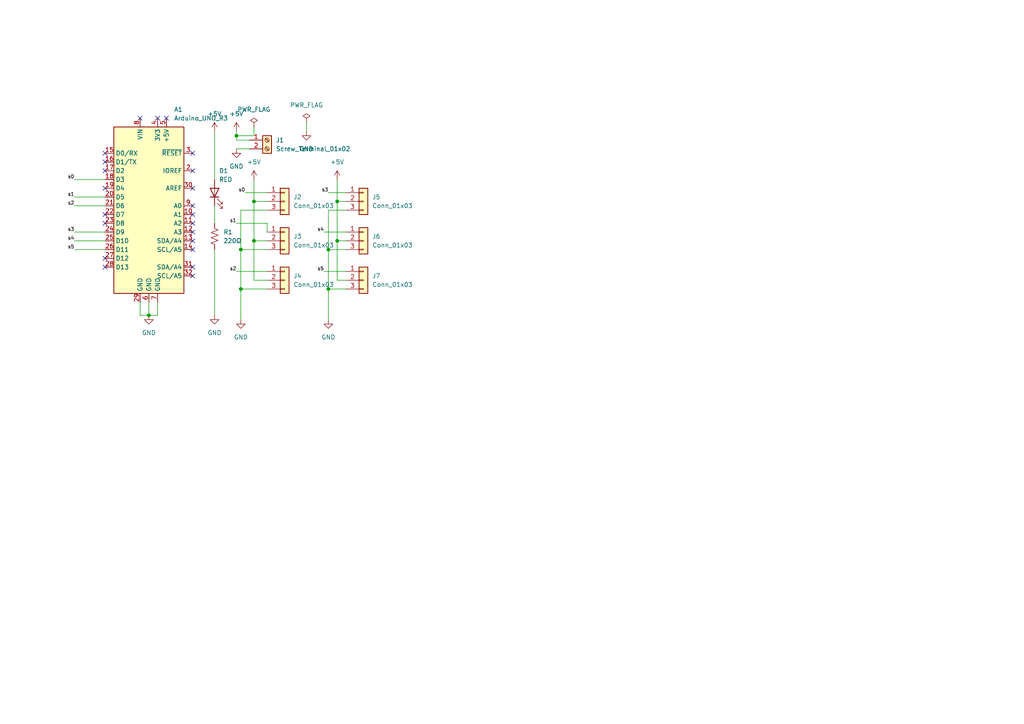
<source format=kicad_sch>
(kicad_sch (version 20230121) (generator eeschema)
  (paper "A4")
  (lib_symbols
    (symbol "Connector:Screw_Terminal_01x02" (pin_names (offset 1.016) hide)
      (property "Reference" "J" (at 0 2.54 0))
      (property "Value" "Screw_Terminal_01x02" (at 0 -5.08 0))
      (symbol "Screw_Terminal_01x02_1_1"
        (rectangle (start -1.27 1.27) (end 1.27 -3.81) (stroke (width 0.254)) (fill (type background)))
        (circle (center 0 -2.54) (radius 0.635) (stroke (width 0.1524)))
        (polyline (pts (xy -0.5334 -2.2098) (xy 0.3302 -3.048)) (stroke (width 0.1524)))
        (polyline (pts (xy -0.5334 0.3302) (xy 0.3302 -0.508)) (stroke (width 0.1524)))
        (polyline (pts (xy -0.3556 -2.032) (xy 0.508 -2.8702)) (stroke (width 0.1524)))
        (polyline (pts (xy -0.3556 0.508) (xy 0.508 -0.3302)) (stroke (width 0.1524)))
        (circle (center 0 0) (radius 0.635) (stroke (width 0.1524)))
        (pin passive line (at -5.08 0 0) (length 3.81) (name "Pin_1") (number "1"))
        (pin passive line (at -5.08 -2.54 0) (length 3.81) (name "Pin_2") (number "2"))
      )
    )
    (symbol "Connector_Generic:Conn_01x03" (pin_names (offset 1.016) hide)
      (property "Reference" "J" (at 0 5.08 0))
      (property "Value" "Conn_01x03" (at 0 -5.08 0))
      (symbol "Conn_01x03_1_1"
        (rectangle (start -1.27 -2.413) (end 0 -2.667) (stroke (width 0.1524)))
        (rectangle (start -1.27 0.127) (end 0 -0.127) (stroke (width 0.1524)))
        (rectangle (start -1.27 2.667) (end 0 2.413) (stroke (width 0.1524)))
        (rectangle (start -1.27 3.81) (end 1.27 -3.81) (stroke (width 0.254)) (fill (type background)))
        (pin passive line (at -5.08 2.54 0) (length 3.81) (name "Pin_1") (number "1"))
        (pin passive line (at -5.08 0 0) (length 3.81) (name "Pin_2") (number "2"))
        (pin passive line (at -5.08 -2.54 0) (length 3.81) (name "Pin_3") (number "3"))
      )
    )
    (symbol "Device:LED" (pin_numbers hide) (pin_names (offset 1.016) hide)
      (property "Reference" "D" (at 0 2.54 0))
      (property "Value" "LED" (at 0 -2.54 0))
      (symbol "LED_0_1"
        (polyline (pts (xy -1.27 -1.27) (xy -1.27 1.27)) (stroke (width 0.254)))
        (polyline (pts (xy -1.27 0) (xy 1.27 0)))
        (polyline (pts (xy 1.27 -1.27) (xy 1.27 1.27) (xy -1.27 0) (xy 1.27 -1.27)) (stroke (width 0.254)))
        (polyline (pts (xy -3.048 -0.762) (xy -4.572 -2.286) (xy -3.81 -2.286) (xy -4.572 -2.286) (xy -4.572 -1.524)))
        (polyline (pts (xy -1.778 -0.762) (xy -3.302 -2.286) (xy -2.54 -2.286) (xy -3.302 -2.286) (xy -3.302 -1.524)))
      )
      (symbol "LED_1_1"
        (pin passive line (at -3.81 0 0) (length 2.54) (name "K") (number "1"))
        (pin passive line (at 3.81 0 180) (length 2.54) (name "A") (number "2"))
      )
    )
    (symbol "Device:R_US" (pin_numbers hide) (pin_names (offset 0))
      (property "Reference" "R" (at 2.54 0 90))
      (property "Value" "R_US" (at -2.54 0 90))
      (symbol "R_US_0_1"
        (polyline (pts (xy 0 -2.286) (xy 0 -2.54)))
        (polyline (pts (xy 0 2.286) (xy 0 2.54)))
        (polyline (pts (xy 0 -0.762) (xy 1.016 -1.143) (xy 0 -1.524) (xy -1.016 -1.905) (xy 0 -2.286)))
        (polyline (pts (xy 0 0.762) (xy 1.016 0.381) (xy 0 0) (xy -1.016 -0.381) (xy 0 -0.762)))
        (polyline (pts (xy 0 2.286) (xy 1.016 1.905) (xy 0 1.524) (xy -1.016 1.143) (xy 0 0.762)))
      )
      (symbol "R_US_1_1"
        (pin passive line (at 0 3.81 270) (length 1.27) (name "~") (number "1"))
        (pin passive line (at 0 -3.81 90) (length 1.27) (name "~") (number "2"))
      )
    )
    (symbol "MCU_Module:Arduino_UNO_R3"
      (property "Reference" "A" (at -10.16 23.495 0))
      (property "Value" "Arduino_UNO_R3" (at 5.08 -26.67 0))
      (symbol "Arduino_UNO_R3_0_1"
        (rectangle (start -10.16 22.86) (end 10.16 -25.4) (stroke (width 0.254)) (fill (type background)))
      )
      (symbol "Arduino_UNO_R3_1_1"
        (pin no_connect line (at -10.16 -20.32 0) (length 2.54) hide (name "NC") (number "1"))
        (pin bidirectional line (at 12.7 -2.54 180) (length 2.54) (name "A1") (number "10"))
        (pin bidirectional line (at 12.7 -5.08 180) (length 2.54) (name "A2") (number "11"))
        (pin bidirectional line (at 12.7 -7.62 180) (length 2.54) (name "A3") (number "12"))
        (pin bidirectional line (at 12.7 -10.16 180) (length 2.54) (name "SDA/A4") (number "13"))
        (pin bidirectional line (at 12.7 -12.7 180) (length 2.54) (name "SCL/A5") (number "14"))
        (pin bidirectional line (at -12.7 15.24 0) (length 2.54) (name "D0/RX") (number "15"))
        (pin bidirectional line (at -12.7 12.7 0) (length 2.54) (name "D1/TX") (number "16"))
        (pin bidirectional line (at -12.7 10.16 0) (length 2.54) (name "D2") (number "17"))
        (pin bidirectional line (at -12.7 7.62 0) (length 2.54) (name "D3") (number "18"))
        (pin bidirectional line (at -12.7 5.08 0) (length 2.54) (name "D4") (number "19"))
        (pin output line (at 12.7 10.16 180) (length 2.54) (name "IOREF") (number "2"))
        (pin bidirectional line (at -12.7 2.54 0) (length 2.54) (name "D5") (number "20"))
        (pin bidirectional line (at -12.7 0 0) (length 2.54) (name "D6") (number "21"))
        (pin bidirectional line (at -12.7 -2.54 0) (length 2.54) (name "D7") (number "22"))
        (pin bidirectional line (at -12.7 -5.08 0) (length 2.54) (name "D8") (number "23"))
        (pin bidirectional line (at -12.7 -7.62 0) (length 2.54) (name "D9") (number "24"))
        (pin bidirectional line (at -12.7 -10.16 0) (length 2.54) (name "D10") (number "25"))
        (pin bidirectional line (at -12.7 -12.7 0) (length 2.54) (name "D11") (number "26"))
        (pin bidirectional line (at -12.7 -15.24 0) (length 2.54) (name "D12") (number "27"))
        (pin bidirectional line (at -12.7 -17.78 0) (length 2.54) (name "D13") (number "28"))
        (pin power_in line (at -2.54 -27.94 90) (length 2.54) (name "GND") (number "29"))
        (pin input line (at 12.7 15.24 180) (length 2.54) (name "~{RESET}") (number "3"))
        (pin input line (at 12.7 5.08 180) (length 2.54) (name "AREF") (number "30"))
        (pin bidirectional line (at 12.7 -17.78 180) (length 2.54) (name "SDA/A4") (number "31"))
        (pin bidirectional line (at 12.7 -20.32 180) (length 2.54) (name "SCL/A5") (number "32"))
        (pin power_out line (at 2.54 25.4 270) (length 2.54) (name "3V3") (number "4"))
        (pin power_out line (at 5.08 25.4 270) (length 2.54) (name "+5V") (number "5"))
        (pin power_in line (at 0 -27.94 90) (length 2.54) (name "GND") (number "6"))
        (pin power_in line (at 2.54 -27.94 90) (length 2.54) (name "GND") (number "7"))
        (pin power_in line (at -2.54 25.4 270) (length 2.54) (name "VIN") (number "8"))
        (pin bidirectional line (at 12.7 0 180) (length 2.54) (name "A0") (number "9"))
      )
    )
    (symbol "power:+5V" (power) (pin_names (offset 0))
      (property "Value" "+5V" (at 0 3.556 0))
      (symbol "+5V_0_1"
        (polyline (pts (xy -0.762 1.27) (xy 0 2.54)))
        (polyline (pts (xy 0 0) (xy 0 2.54)))
        (polyline (pts (xy 0 2.54) (xy 0.762 1.27)))
      )
      (symbol "+5V_1_1"
        (pin power_in line (at 0 0 90) (length 0) hide (name "+5V") (number "1"))
      )
    )
    (symbol "power:GND" (power) (pin_names (offset 0))
      (property "Value" "GND" (at 0 -3.81 0))
      (symbol "GND_0_1"
        (polyline (pts (xy 0 0) (xy 0 -1.27) (xy 1.27 -1.27) (xy 0 -2.54) (xy -1.27 -1.27) (xy 0 -1.27)))
      )
      (symbol "GND_1_1"
        (pin power_in line (at 0 0 270) (length 0) hide (name "GND") (number "1"))
      )
    )
    (symbol "power:PWR_FLAG" (power) (pin_numbers hide) (pin_names (offset 0) hide)
      (property "Value" "PWR_FLAG" (at 0 3.81 0))
      (symbol "PWR_FLAG_0_0"
        (pin power_out line (at 0 0 90) (length 0) (name "pwr") (number "1"))
      )
      (symbol "PWR_FLAG_0_1"
        (polyline (pts (xy 0 0) (xy 0 1.27) (xy -1.016 1.905) (xy 0 2.54) (xy 1.016 1.905) (xy 0 1.27)))
      )
    )
  )
  (junction (at 97.79 69.85))
  (junction (at 69.85 72.39))
  (junction (at 73.66 58.42))
  (junction (at 95.25 83.82))
  (junction (at 73.66 69.85))
  (junction (at 68.58 39.37))
  (junction (at 97.79 58.42))
  (junction (at 95.25 72.39))
  (junction (at 69.85 83.82))
  (junction (at 43.18 91.44))
  (no_connect (at 55.88 80.01))
  (no_connect (at 48.26 34.29))
  (no_connect (at 55.88 69.85))
  (no_connect (at 45.72 34.29))
  (no_connect (at 40.64 34.29))
  (no_connect (at 55.88 44.45))
  (no_connect (at 30.48 44.45))
  (no_connect (at 55.88 67.31))
  (no_connect (at 55.88 49.53))
  (no_connect (at 30.48 77.47))
  (no_connect (at 30.48 62.23))
  (no_connect (at 55.88 54.61))
  (no_connect (at 30.48 46.99))
  (no_connect (at 30.48 64.77))
  (no_connect (at 55.88 72.39))
  (no_connect (at 55.88 62.23))
  (no_connect (at 55.88 77.47))
  (no_connect (at 30.48 54.61))
  (no_connect (at 55.88 59.69))
  (no_connect (at 30.48 49.53))
  (no_connect (at 30.48 74.93))
  (no_connect (at 55.88 64.77))
  (wire (pts (xy 77.47 60.96) (xy 69.85 60.96)))
  (wire (pts (xy 77.47 83.82) (xy 69.85 83.82)))
  (wire (pts (xy 21.59 57.15) (xy 30.48 57.15)))
  (wire (pts (xy 68.58 64.77) (xy 77.47 64.77)))
  (wire (pts (xy 95.25 72.39) (xy 100.33 72.39)))
  (wire (pts (xy 88.9 35.56) (xy 88.9 38.1)))
  (wire (pts (xy 69.85 72.39) (xy 77.47 72.39)))
  (wire (pts (xy 21.59 52.07) (xy 30.48 52.07)))
  (wire (pts (xy 73.66 39.37) (xy 68.58 39.37)))
  (wire (pts (xy 21.59 59.69) (xy 30.48 59.69)))
  (wire (pts (xy 43.18 87.63) (xy 43.18 91.44)))
  (wire (pts (xy 100.33 69.85) (xy 97.79 69.85)))
  (wire (pts (xy 95.25 55.88) (xy 100.33 55.88)))
  (wire (pts (xy 100.33 58.42) (xy 97.79 58.42)))
  (wire (pts (xy 71.12 55.88) (xy 77.47 55.88)))
  (wire (pts (xy 100.33 83.82) (xy 95.25 83.82)))
  (wire (pts (xy 68.58 39.37) (xy 68.58 38.1)))
  (wire (pts (xy 40.64 87.63) (xy 40.64 91.44)))
  (wire (pts (xy 68.58 40.64) (xy 68.58 39.37)))
  (wire (pts (xy 95.25 60.96) (xy 95.25 72.39)))
  (wire (pts (xy 73.66 69.85) (xy 73.66 81.28)))
  (wire (pts (xy 100.33 60.96) (xy 95.25 60.96)))
  (wire (pts (xy 77.47 69.85) (xy 73.66 69.85)))
  (wire (pts (xy 93.98 67.31) (xy 100.33 67.31)))
  (wire (pts (xy 68.58 43.18) (xy 72.39 43.18)))
  (wire (pts (xy 21.59 67.31) (xy 30.48 67.31)))
  (wire (pts (xy 93.98 78.74) (xy 100.33 78.74)))
  (wire (pts (xy 21.59 72.39) (xy 30.48 72.39)))
  (wire (pts (xy 69.85 60.96) (xy 69.85 72.39)))
  (wire (pts (xy 62.23 59.69) (xy 62.23 64.77)))
  (wire (pts (xy 77.47 81.28) (xy 73.66 81.28)))
  (wire (pts (xy 97.79 58.42) (xy 97.79 52.07)))
  (wire (pts (xy 100.33 81.28) (xy 97.79 81.28)))
  (wire (pts (xy 73.66 58.42) (xy 77.47 58.42)))
  (wire (pts (xy 62.23 38.1) (xy 62.23 52.07)))
  (wire (pts (xy 45.72 91.44) (xy 45.72 87.63)))
  (wire (pts (xy 62.23 72.39) (xy 62.23 91.44)))
  (wire (pts (xy 40.64 91.44) (xy 43.18 91.44)))
  (wire (pts (xy 95.25 83.82) (xy 95.25 92.71)))
  (wire (pts (xy 69.85 83.82) (xy 69.85 72.39)))
  (wire (pts (xy 68.58 78.74) (xy 77.47 78.74)))
  (wire (pts (xy 73.66 52.07) (xy 73.66 58.42)))
  (wire (pts (xy 21.59 69.85) (xy 30.48 69.85)))
  (wire (pts (xy 97.79 69.85) (xy 97.79 81.28)))
  (wire (pts (xy 69.85 83.82) (xy 69.85 92.71)))
  (wire (pts (xy 72.39 40.64) (xy 68.58 40.64)))
  (wire (pts (xy 73.66 36.83) (xy 73.66 39.37)))
  (wire (pts (xy 97.79 58.42) (xy 97.79 69.85)))
  (wire (pts (xy 95.25 72.39) (xy 95.25 83.82)))
  (wire (pts (xy 77.47 64.77) (xy 77.47 67.31)))
  (wire (pts (xy 43.18 91.44) (xy 45.72 91.44)))
  (wire (pts (xy 73.66 69.85) (xy 73.66 58.42)))
  (label "s0" (at 21.59 52.07 180) (effects (font (size 1 1))))
  (label "s5" (at 21.59 72.39 180) (effects (font (size 1 1))))
  (label "s2" (at 21.59 59.69 180) (effects (font (size 1 1))))
  (label "s3" (at 95.25 55.88 180) (effects (font (size 1 1))))
  (label "s1" (at 68.58 64.77 180) (effects (font (size 1 1))))
  (label "s0" (at 71.12 55.88 180) (effects (font (size 1 1))))
  (label "s5" (at 93.98 78.74 180) (effects (font (size 1 1))))
  (label "s3" (at 21.59 67.31 180) (effects (font (size 1 1))))
  (label "s2" (at 68.58 78.74 180) (effects (font (size 1 1))))
  (label "s1" (at 21.59 57.15 180) (effects (font (size 1 1))))
  (label "s4" (at 93.98 67.31 180) (effects (font (size 1 1))))
  (label "s4" (at 21.59 69.85 180) (effects (font (size 1 1))))
  (symbol (lib_id "Connector_Generic:Conn_01x03") (at 105.41 69.85 0) (unit 1)
    (property "Reference" "J6" (at 107.95 68.58 0) (effects (justify left)))
    (property "Value" "Conn_01x03" (at 107.95 71.12 0) (effects (justify left)))
    (property "Footprint" "Connector_PinSocket_2.54mm:PinSocket_1x03_P2.54mm_Vertical" (effects hide))
  )
  (symbol (lib_id "power:+5V") (at 62.23 38.1 0) (unit 1)
    (property "Reference" "#PWR01" (effects hide))
    (property "Value" "+5V" (at 62.23 33.02 0))
  )
  (symbol (lib_id "Connector_Generic:Conn_01x03") (at 82.55 81.28 0) (unit 1)
    (property "Reference" "J4" (at 85.09 80.01 0) (effects (justify left)))
    (property "Value" "Conn_01x03" (at 85.09 82.55 0) (effects (justify left)))
    (property "Footprint" "Connector_PinSocket_2.54mm:PinSocket_1x03_P2.54mm_Vertical" (effects hide))
  )
  (symbol (lib_id "power:GND") (at 88.9 38.1 0) (unit 1)
    (property "Reference" "#PWR010" (effects hide))
    (property "Value" "GND" (at 88.9 43.18 0))
  )
  (symbol (lib_id "power:GND") (at 43.18 91.44 0) (unit 1)
    (property "Reference" "#PWR03" (effects hide))
    (property "Value" "GND" (at 43.18 96.52 0))
  )
  (symbol (lib_id "power:+5V") (at 97.79 52.07 0) (unit 1)
    (property "Reference" "#PWR09" (effects hide))
    (property "Value" "+5V" (at 97.79 46.99 0))
  )
  (symbol (lib_id "power:+5V") (at 68.58 38.1 0) (unit 1)
    (property "Reference" "#PWR04" (effects hide))
    (property "Value" "+5V" (at 68.58 33.02 0))
  )
  (symbol (lib_id "Connector_Generic:Conn_01x03") (at 82.55 69.85 0) (unit 1)
    (property "Reference" "J3" (at 85.09 68.58 0) (effects (justify left)))
    (property "Value" "Conn_01x03" (at 85.09 71.12 0) (effects (justify left)))
    (property "Footprint" "Connector_PinSocket_2.54mm:PinSocket_1x03_P2.54mm_Vertical" (effects hide))
  )
  (symbol (lib_id "power:GND") (at 62.23 91.44 0) (unit 1)
    (property "Reference" "#PWR02" (effects hide))
    (property "Value" "GND" (at 62.23 96.52 0))
  )
  (symbol (lib_id "Connector_Generic:Conn_01x03") (at 82.55 58.42 0) (unit 1)
    (property "Reference" "J2" (at 85.09 57.15 0) (effects (justify left)))
    (property "Value" "Conn_01x03" (at 85.09 59.69 0) (effects (justify left)))
    (property "Footprint" "Connector_PinSocket_2.54mm:PinSocket_1x03_P2.54mm_Vertical" (effects hide))
  )
  (symbol (lib_id "power:GND") (at 69.85 92.71 0) (unit 1)
    (property "Reference" "#PWR07" (effects hide))
    (property "Value" "GND" (at 69.85 97.79 0))
  )
  (symbol (lib_id "Connector_Generic:Conn_01x03") (at 105.41 81.28 0) (unit 1)
    (property "Reference" "J7" (at 107.95 80.01 0) (effects (justify left)))
    (property "Value" "Conn_01x03" (at 107.95 82.55 0) (effects (justify left)))
    (property "Footprint" "Connector_PinSocket_2.54mm:PinSocket_1x03_P2.54mm_Vertical" (effects hide))
  )
  (symbol (lib_id "power:PWR_FLAG") (at 88.9 35.56 0) (unit 1)
    (property "Reference" "#FLG02" (effects hide))
    (property "Value" "PWR_FLAG" (at 88.9 30.48 0))
  )
  (symbol (lib_id "MCU_Module:Arduino_UNO_R3") (at 43.18 59.69 0) (unit 1)
    (property "Reference" "A1" (at 50.4541 31.75 0) (effects (justify left)))
    (property "Value" "Arduino_UNO_R3" (at 50.4541 34.29 0) (effects (justify left)))
    (property "Footprint" "Module:Arduino_UNO_R3" (effects hide))
    (property "Datasheet" "https://www.arduino.cc/en/Main/arduinoBoardUno" (effects hide))
  )
  (symbol (lib_id "power:GND") (at 68.58 43.18 0) (unit 1)
    (property "Reference" "#PWR05" (effects hide))
    (property "Value" "GND" (at 68.58 48.26 0))
  )
  (symbol (lib_id "Device:R_US") (at 62.23 68.58 0) (unit 1)
    (property "Reference" "R1" (at 64.77 67.31 0) (effects (justify left)))
    (property "Value" "220Ω" (at 64.77 69.85 0) (effects (justify left)))
    (property "Footprint" "Resistor_THT:R_Axial_DIN0411_L9.9mm_D3.6mm_P12.70mm_Horizontal" (effects hide))
  )
  (symbol (lib_id "Device:LED") (at 62.23 55.88 90) (unit 1)
    (property "Reference" "D1" (at 63.5 49.53 90) (effects (justify right)))
    (property "Value" "RED" (at 63.5 52.07 90) (effects (justify right)))
    (property "Footprint" "LED_THT:LED_D5.0mm" (effects hide))
  )
  (symbol (lib_id "power:+5V") (at 73.66 52.07 0) (unit 1)
    (property "Reference" "#PWR06" (effects hide))
    (property "Value" "+5V" (at 73.66 46.99 0))
  )
  (symbol (lib_id "power:PWR_FLAG") (at 73.66 36.83 0) (unit 1)
    (property "Reference" "#FLG01" (effects hide))
    (property "Value" "PWR_FLAG" (at 73.66 31.75 0))
  )
  (symbol (lib_id "power:GND") (at 95.25 92.71 0) (unit 1)
    (property "Reference" "#PWR08" (effects hide))
    (property "Value" "GND" (at 95.25 97.79 0))
  )
  (symbol (lib_id "Connector:Screw_Terminal_01x02") (at 77.47 40.64 0) (unit 1)
    (property "Reference" "J1" (at 80.01 40.64 0) (effects (justify left)))
    (property "Value" "Screw_Terminal_01x02" (at 80.01 43.18 0) (effects (justify left)))
    (property "Footprint" "TerminalBlock_Phoenix:TerminalBlock_Phoenix_MKDS-1,5-2_1x02_P5.00mm_Horizontal" (effects hide))
  )
  (symbol (lib_id "Connector_Generic:Conn_01x03") (at 105.41 58.42 0) (unit 1)
    (property "Reference" "J5" (at 107.95 57.15 0) (effects (justify left)))
    (property "Value" "Conn_01x03" (at 107.95 59.69 0) (effects (justify left)))
    (property "Footprint" "Connector_PinSocket_2.54mm:PinSocket_1x03_P2.54mm_Vertical" (effects hide))
  )
)
</source>
